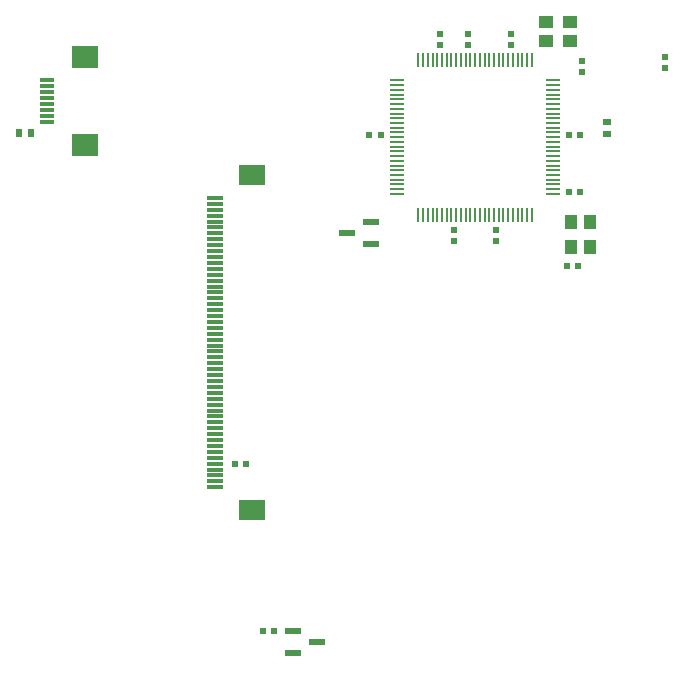
<source format=gbr>
G04 EAGLE Gerber RS-274X export*
G75*
%MOMM*%
%FSLAX34Y34*%
%LPD*%
%INSolderpaste Bottom*%
%IPPOS*%
%AMOC8*
5,1,8,0,0,1.08239X$1,22.5*%
G01*
G04 Define Apertures*
%ADD10R,1.397000X0.330200*%
%ADD11R,2.311400X1.803400*%
%ADD12R,1.300000X0.300000*%
%ADD13R,2.200000X1.900000*%
%ADD14R,1.155700X0.177800*%
%ADD15R,0.177800X1.155700*%
%ADD16R,0.508000X0.558800*%
%ADD17R,0.558800X0.508000*%
%ADD18R,1.320800X0.609600*%
%ADD19R,1.100000X1.300000*%
%ADD20R,1.300000X1.100000*%
%ADD21R,0.535100X0.644000*%
%ADD22R,0.644000X0.535100*%
D10*
X486939Y194200D03*
X486939Y199200D03*
X486939Y204200D03*
X486939Y209200D03*
X486939Y214200D03*
X486939Y219200D03*
X486939Y224200D03*
X486939Y229200D03*
X486939Y234200D03*
X486939Y239200D03*
X486939Y244200D03*
X486939Y249200D03*
X486939Y254200D03*
X486939Y259200D03*
X486939Y264200D03*
X486939Y269200D03*
X486939Y274200D03*
X486939Y279200D03*
X486939Y284200D03*
X486939Y289200D03*
X486939Y294200D03*
X486939Y299200D03*
X486939Y304200D03*
X486939Y309200D03*
X486939Y314200D03*
X486939Y319200D03*
X486939Y324200D03*
X486939Y329200D03*
X486939Y334200D03*
X486939Y339200D03*
X486939Y344200D03*
X486939Y349200D03*
X486939Y354200D03*
X486939Y359200D03*
X486939Y364200D03*
X486939Y369200D03*
X486939Y374200D03*
X486939Y379200D03*
X486939Y384200D03*
X486939Y389200D03*
X486939Y394200D03*
X486939Y399200D03*
X486939Y404200D03*
X486939Y409200D03*
X486939Y414200D03*
X486939Y419200D03*
X486939Y424200D03*
X486939Y429200D03*
X486939Y434200D03*
X486939Y439200D03*
D11*
X518399Y175200D03*
X518399Y458200D03*
D12*
X345074Y538678D03*
X345074Y533678D03*
X345074Y528678D03*
X345074Y523678D03*
X345074Y518678D03*
X345074Y513678D03*
X345074Y508678D03*
X345074Y503678D03*
D13*
X377574Y558178D03*
X377574Y484178D03*
D14*
X641730Y442640D03*
X641730Y446640D03*
X641730Y450640D03*
X641730Y454640D03*
X641730Y458640D03*
X641730Y462640D03*
X641730Y466640D03*
X641730Y470640D03*
X641730Y474640D03*
X641730Y478640D03*
X641730Y482640D03*
X641730Y486640D03*
X641730Y490640D03*
X641730Y494640D03*
X641730Y498640D03*
X641730Y502640D03*
X641730Y506640D03*
X641730Y510640D03*
X641730Y514640D03*
X641730Y518640D03*
X641730Y522640D03*
X641730Y526640D03*
X641730Y530640D03*
X641730Y534640D03*
X641730Y538640D03*
D15*
X659452Y556362D03*
X663452Y556362D03*
X667452Y556362D03*
X671452Y556362D03*
X675452Y556362D03*
X679452Y556362D03*
X683452Y556362D03*
X687452Y556362D03*
X691452Y556362D03*
X695452Y556362D03*
X699452Y556362D03*
X703452Y556362D03*
X707452Y556362D03*
X711452Y556362D03*
X715452Y556362D03*
X719452Y556362D03*
X723452Y556362D03*
X727452Y556362D03*
X731452Y556362D03*
X735452Y556362D03*
X739452Y556362D03*
X743452Y556362D03*
X747452Y556362D03*
X751452Y556362D03*
X755452Y556362D03*
D14*
X773174Y538640D03*
X773174Y534640D03*
X773174Y530640D03*
X773174Y526640D03*
X773174Y522640D03*
X773174Y518640D03*
X773174Y514640D03*
X773174Y510640D03*
X773174Y506640D03*
X773174Y502640D03*
X773174Y498640D03*
X773174Y494640D03*
X773174Y490640D03*
X773174Y486640D03*
X773174Y482640D03*
X773174Y478640D03*
X773174Y474640D03*
X773174Y470640D03*
X773174Y466640D03*
X773174Y462640D03*
X773174Y458640D03*
X773174Y454640D03*
X773174Y450640D03*
X773174Y446640D03*
X773174Y442640D03*
D15*
X755452Y424918D03*
X751452Y424918D03*
X747452Y424918D03*
X743452Y424918D03*
X739452Y424918D03*
X735452Y424918D03*
X731452Y424918D03*
X727452Y424918D03*
X723452Y424918D03*
X719452Y424918D03*
X715452Y424918D03*
X711452Y424918D03*
X707452Y424918D03*
X703452Y424918D03*
X699452Y424918D03*
X695452Y424918D03*
X691452Y424918D03*
X687452Y424918D03*
X683452Y424918D03*
X679452Y424918D03*
X675452Y424918D03*
X671452Y424918D03*
X667452Y424918D03*
X663452Y424918D03*
X659452Y424918D03*
D16*
X618036Y492724D03*
X627434Y492724D03*
D17*
X677337Y577924D03*
X677337Y568526D03*
X701531Y578355D03*
X701531Y568957D03*
X737829Y577924D03*
X737829Y568526D03*
X689506Y402518D03*
X689506Y411916D03*
X725293Y402518D03*
X725293Y411916D03*
D16*
X796679Y444508D03*
X787281Y444508D03*
X796679Y492819D03*
X787281Y492819D03*
D18*
X553211Y53602D03*
X553211Y72602D03*
X573515Y63102D03*
D16*
X536956Y72554D03*
X527558Y72554D03*
D19*
X788653Y397424D03*
X788653Y418424D03*
X805153Y418424D03*
X805153Y397424D03*
D20*
X788213Y571764D03*
X767213Y571764D03*
X767213Y588264D03*
X788213Y588264D03*
D16*
X794818Y381623D03*
X785420Y381623D03*
D17*
X798213Y555200D03*
X798213Y545802D03*
D16*
X513311Y214318D03*
X503913Y214318D03*
D18*
X618943Y418899D03*
X618943Y399899D03*
X598639Y409399D03*
D21*
X321688Y494517D03*
X331838Y494517D03*
D22*
X819076Y503183D03*
X819076Y493033D03*
D17*
X868057Y549032D03*
X868057Y558430D03*
M02*

</source>
